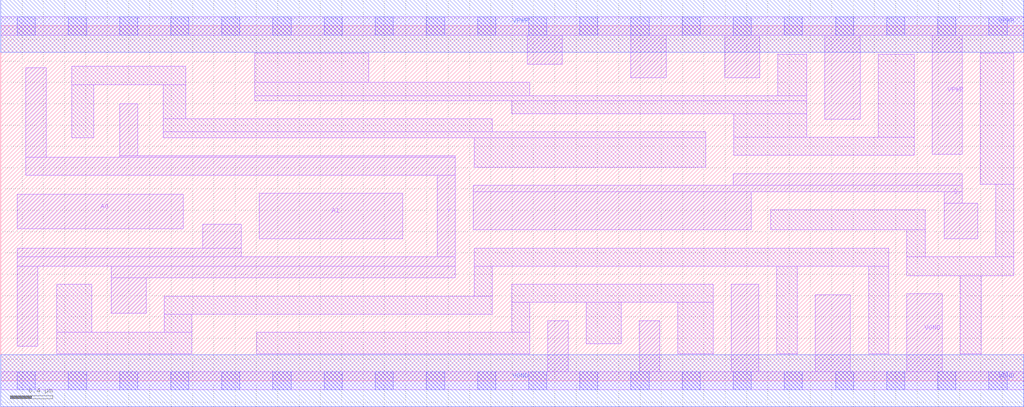
<source format=lef>
# Copyright 2020 The SkyWater PDK Authors
#
# Licensed under the Apache License, Version 2.0 (the "License");
# you may not use this file except in compliance with the License.
# You may obtain a copy of the License at
#
#     https://www.apache.org/licenses/LICENSE-2.0
#
# Unless required by applicable law or agreed to in writing, software
# distributed under the License is distributed on an "AS IS" BASIS,
# WITHOUT WARRANTIES OR CONDITIONS OF ANY KIND, either express or implied.
# See the License for the specific language governing permissions and
# limitations under the License.
#
# SPDX-License-Identifier: Apache-2.0

VERSION 5.7 ;
  NAMESCASESENSITIVE ON ;
  NOWIREEXTENSIONATPIN ON ;
  DIVIDERCHAR "/" ;
  BUSBITCHARS "[]" ;
UNITS
  DATABASE MICRONS 200 ;
END UNITS
MACRO sky130_fd_sc_lp__mux2i_4
  CLASS CORE ;
  SOURCE USER ;
  FOREIGN sky130_fd_sc_lp__mux2i_4 ;
  ORIGIN  0.000000  0.000000 ;
  SIZE  9.600000 BY  3.330000 ;
  SYMMETRY X Y R90 ;
  SITE unit ;
  PIN A0
    ANTENNAGATEAREA  1.260000 ;
    DIRECTION INPUT ;
    USE SIGNAL ;
    PORT
      LAYER li1 ;
        RECT 0.155000 1.425000 1.715000 1.750000 ;
    END
  END A0
  PIN A1
    ANTENNAGATEAREA  1.260000 ;
    DIRECTION INPUT ;
    USE SIGNAL ;
    PORT
      LAYER li1 ;
        RECT 2.425000 1.335000 3.775000 1.760000 ;
    END
  END A1
  PIN S
    ANTENNAGATEAREA  1.575000 ;
    DIRECTION INPUT ;
    USE SIGNAL ;
    PORT
      LAYER li1 ;
        RECT 4.435000 1.415000 7.045000 1.775000 ;
        RECT 4.435000 1.775000 9.025000 1.835000 ;
        RECT 6.875000 1.835000 9.025000 1.945000 ;
        RECT 8.855000 1.335000 9.170000 1.665000 ;
        RECT 8.855000 1.665000 9.025000 1.775000 ;
    END
  END S
  PIN Y
    ANTENNADIFFAREA  2.961000 ;
    DIRECTION OUTPUT ;
    USE SIGNAL ;
    PORT
      LAYER li1 ;
        RECT 0.155000 0.325000 0.345000 1.075000 ;
        RECT 0.155000 1.075000 4.265000 1.165000 ;
        RECT 0.155000 1.165000 2.255000 1.245000 ;
        RECT 0.235000 1.930000 4.265000 2.100000 ;
        RECT 0.235000 2.100000 0.425000 2.940000 ;
        RECT 1.035000 0.635000 1.365000 0.965000 ;
        RECT 1.035000 0.965000 4.265000 1.075000 ;
        RECT 1.115000 2.100000 4.265000 2.110000 ;
        RECT 1.115000 2.110000 1.285000 2.600000 ;
        RECT 1.895000 1.245000 2.255000 1.470000 ;
        RECT 4.095000 1.165000 4.265000 1.930000 ;
    END
  END Y
  PIN VGND
    DIRECTION INOUT ;
    USE GROUND ;
    PORT
      LAYER li1 ;
        RECT 0.000000 -0.085000 9.600000 0.085000 ;
        RECT 5.135000  0.085000 5.325000 0.565000 ;
        RECT 5.995000  0.085000 6.185000 0.565000 ;
        RECT 6.855000  0.085000 7.115000 0.905000 ;
        RECT 7.645000  0.085000 7.975000 0.805000 ;
        RECT 8.505000  0.085000 8.835000 0.815000 ;
      LAYER mcon ;
        RECT 0.155000 -0.085000 0.325000 0.085000 ;
        RECT 0.635000 -0.085000 0.805000 0.085000 ;
        RECT 1.115000 -0.085000 1.285000 0.085000 ;
        RECT 1.595000 -0.085000 1.765000 0.085000 ;
        RECT 2.075000 -0.085000 2.245000 0.085000 ;
        RECT 2.555000 -0.085000 2.725000 0.085000 ;
        RECT 3.035000 -0.085000 3.205000 0.085000 ;
        RECT 3.515000 -0.085000 3.685000 0.085000 ;
        RECT 3.995000 -0.085000 4.165000 0.085000 ;
        RECT 4.475000 -0.085000 4.645000 0.085000 ;
        RECT 4.955000 -0.085000 5.125000 0.085000 ;
        RECT 5.435000 -0.085000 5.605000 0.085000 ;
        RECT 5.915000 -0.085000 6.085000 0.085000 ;
        RECT 6.395000 -0.085000 6.565000 0.085000 ;
        RECT 6.875000 -0.085000 7.045000 0.085000 ;
        RECT 7.355000 -0.085000 7.525000 0.085000 ;
        RECT 7.835000 -0.085000 8.005000 0.085000 ;
        RECT 8.315000 -0.085000 8.485000 0.085000 ;
        RECT 8.795000 -0.085000 8.965000 0.085000 ;
        RECT 9.275000 -0.085000 9.445000 0.085000 ;
      LAYER met1 ;
        RECT 0.000000 -0.245000 9.600000 0.245000 ;
    END
  END VGND
  PIN VPWR
    DIRECTION INOUT ;
    USE POWER ;
    PORT
      LAYER li1 ;
        RECT 0.000000 3.245000 9.600000 3.415000 ;
        RECT 4.940000 2.970000 5.270000 3.245000 ;
        RECT 5.915000 2.845000 6.245000 3.245000 ;
        RECT 6.795000 2.845000 7.125000 3.245000 ;
        RECT 7.735000 2.455000 8.065000 3.245000 ;
        RECT 8.745000 2.125000 9.025000 3.245000 ;
      LAYER mcon ;
        RECT 0.155000 3.245000 0.325000 3.415000 ;
        RECT 0.635000 3.245000 0.805000 3.415000 ;
        RECT 1.115000 3.245000 1.285000 3.415000 ;
        RECT 1.595000 3.245000 1.765000 3.415000 ;
        RECT 2.075000 3.245000 2.245000 3.415000 ;
        RECT 2.555000 3.245000 2.725000 3.415000 ;
        RECT 3.035000 3.245000 3.205000 3.415000 ;
        RECT 3.515000 3.245000 3.685000 3.415000 ;
        RECT 3.995000 3.245000 4.165000 3.415000 ;
        RECT 4.475000 3.245000 4.645000 3.415000 ;
        RECT 4.955000 3.245000 5.125000 3.415000 ;
        RECT 5.435000 3.245000 5.605000 3.415000 ;
        RECT 5.915000 3.245000 6.085000 3.415000 ;
        RECT 6.395000 3.245000 6.565000 3.415000 ;
        RECT 6.875000 3.245000 7.045000 3.415000 ;
        RECT 7.355000 3.245000 7.525000 3.415000 ;
        RECT 7.835000 3.245000 8.005000 3.415000 ;
        RECT 8.315000 3.245000 8.485000 3.415000 ;
        RECT 8.795000 3.245000 8.965000 3.415000 ;
        RECT 9.275000 3.245000 9.445000 3.415000 ;
      LAYER met1 ;
        RECT 0.000000 3.085000 9.600000 3.575000 ;
    END
  END VPWR
  OBS
    LAYER li1 ;
      RECT 0.525000 0.255000 1.795000 0.455000 ;
      RECT 0.525000 0.455000 0.855000 0.905000 ;
      RECT 0.665000 2.280000 0.875000 2.780000 ;
      RECT 0.665000 2.780000 1.735000 2.950000 ;
      RECT 1.525000 2.280000 6.615000 2.335000 ;
      RECT 1.525000 2.335000 4.615000 2.460000 ;
      RECT 1.525000 2.460000 1.735000 2.780000 ;
      RECT 1.535000 0.455000 1.795000 0.625000 ;
      RECT 1.535000 0.625000 4.615000 0.795000 ;
      RECT 2.385000 2.630000 7.565000 2.675000 ;
      RECT 2.385000 2.675000 4.965000 2.800000 ;
      RECT 2.385000 2.800000 3.455000 3.075000 ;
      RECT 2.405000 0.255000 4.965000 0.455000 ;
      RECT 4.445000 0.795000 4.615000 1.075000 ;
      RECT 4.445000 1.075000 8.335000 1.245000 ;
      RECT 4.445000 2.005000 6.615000 2.280000 ;
      RECT 4.795000 0.455000 4.965000 0.735000 ;
      RECT 4.795000 0.735000 6.685000 0.905000 ;
      RECT 4.795000 2.505000 7.565000 2.630000 ;
      RECT 5.495000 0.345000 5.825000 0.735000 ;
      RECT 6.355000 0.255000 6.685000 0.735000 ;
      RECT 6.880000 2.115000 8.575000 2.285000 ;
      RECT 6.880000 2.285000 7.565000 2.505000 ;
      RECT 7.225000 1.415000 8.675000 1.605000 ;
      RECT 7.285000 0.255000 7.475000 1.075000 ;
      RECT 7.295000 2.675000 7.565000 3.065000 ;
      RECT 8.145000 0.255000 8.335000 1.075000 ;
      RECT 8.235000 2.285000 8.575000 3.065000 ;
      RECT 8.505000 0.985000 9.510000 1.165000 ;
      RECT 8.505000 1.165000 8.675000 1.415000 ;
      RECT 9.005000 0.255000 9.205000 0.985000 ;
      RECT 9.195000 1.845000 9.510000 3.075000 ;
      RECT 9.340000 1.165000 9.510000 1.845000 ;
  END
END sky130_fd_sc_lp__mux2i_4

</source>
